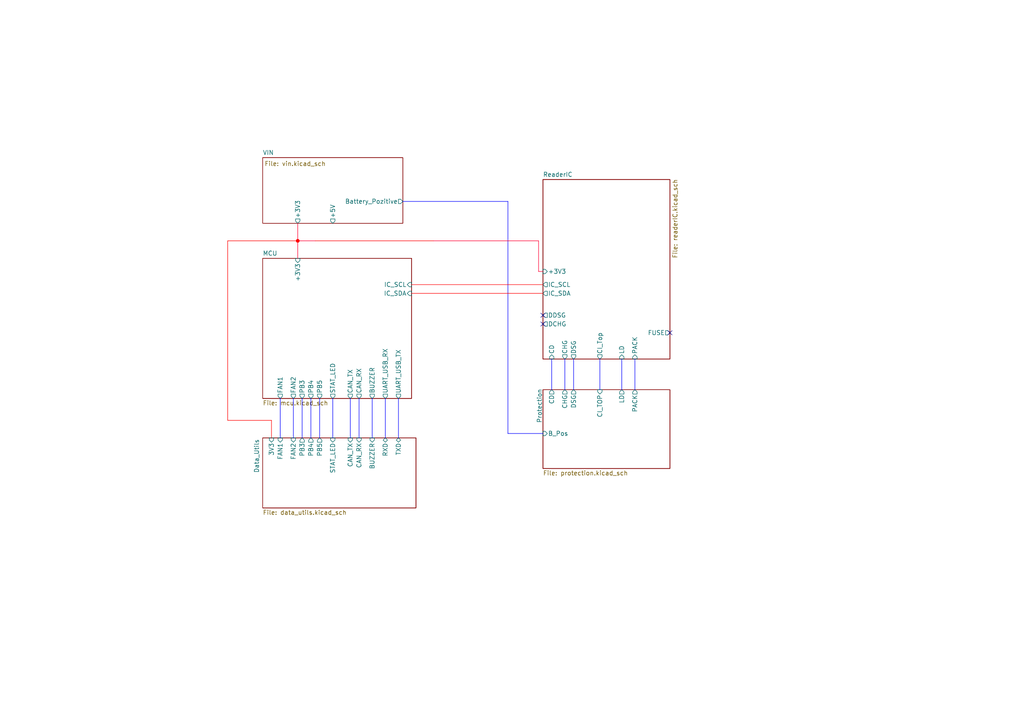
<source format=kicad_sch>
(kicad_sch
	(version 20250114)
	(generator "eeschema")
	(generator_version "9.0")
	(uuid "ad9edf65-9f41-4da5-ac8d-b0754357a532")
	(paper "A4")
	(title_block
		(title "Pehli-Shell-BMS")
		(date "2026-01-01")
		(rev "0.1")
		(company "Pehlivan Team")
	)
	(lib_symbols)
	(junction
		(at 86.36 69.85)
		(diameter 0)
		(color 255 0 0 1)
		(uuid "e9e71abb-9d36-48d4-96f8-6f6db38e4128")
	)
	(no_connect
		(at 157.48 91.44)
		(uuid "82b3cc42-587c-43ca-a26e-4e31d6bac61c")
	)
	(no_connect
		(at 157.48 93.98)
		(uuid "d05249d9-31cd-49fd-b0a9-6aeff0dbbafb")
	)
	(no_connect
		(at 194.31 96.52)
		(uuid "f6adff20-f2f0-4de2-bcf4-25c53dd14c4f")
	)
	(wire
		(pts
			(xy 91.44 69.85) (xy 125.73 69.85)
		)
		(stroke
			(width 0)
			(type default)
			(color 255 0 5 1)
		)
		(uuid "003d1b57-0469-4a42-abcb-890f38a36232")
	)
	(wire
		(pts
			(xy 66.04 121.92) (xy 66.04 69.85)
		)
		(stroke
			(width 0)
			(type default)
			(color 255 0 0 1)
		)
		(uuid "03fe3992-73aa-4405-9f24-09dfa976293c")
	)
	(wire
		(pts
			(xy 147.32 58.42) (xy 147.32 125.73)
		)
		(stroke
			(width 0)
			(type default)
			(color 0 0 255 1)
		)
		(uuid "04e09565-308f-4317-95b9-a33d363eab0f")
	)
	(wire
		(pts
			(xy 163.83 104.14) (xy 163.83 113.03)
		)
		(stroke
			(width 0)
			(type default)
			(color 0 0 255 1)
		)
		(uuid "06893f95-35a0-4037-af82-9ab099c1e595")
	)
	(wire
		(pts
			(xy 156.21 78.74) (xy 157.48 78.74)
		)
		(stroke
			(width 0)
			(type default)
			(color 255 0 51 1)
		)
		(uuid "098db881-fa29-45d3-b507-aebe14ef9890")
	)
	(wire
		(pts
			(xy 78.74 121.92) (xy 66.04 121.92)
		)
		(stroke
			(width 0)
			(type default)
			(color 255 0 0 1)
		)
		(uuid "11997f70-5d85-4786-a4df-dea26aeb4506")
	)
	(wire
		(pts
			(xy 116.84 58.42) (xy 147.32 58.42)
		)
		(stroke
			(width 0)
			(type default)
			(color 0 0 255 1)
		)
		(uuid "15f09252-fde9-4d5c-aab7-c00d4cb6fc10")
	)
	(wire
		(pts
			(xy 119.38 82.55) (xy 157.48 82.55)
		)
		(stroke
			(width 0)
			(type default)
			(color 255 0 5 1)
		)
		(uuid "1e0cb5e5-99b2-4fa7-8f63-e5f36f7f0244")
	)
	(wire
		(pts
			(xy 66.04 69.85) (xy 86.36 69.85)
		)
		(stroke
			(width 0)
			(type default)
			(color 255 0 0 1)
		)
		(uuid "1fca208e-04c1-4e01-90b3-c6e5b372f3dc")
	)
	(wire
		(pts
			(xy 160.02 104.14) (xy 160.02 113.03)
		)
		(stroke
			(width 0)
			(type default)
			(color 0 0 255 1)
		)
		(uuid "21bb2796-bc30-4a30-bb37-6863a3907368")
	)
	(wire
		(pts
			(xy 92.71 115.57) (xy 92.71 127)
		)
		(stroke
			(width 0)
			(type default)
			(color 0 0 255 1)
		)
		(uuid "2ff6af7f-14fb-4994-8382-b961e9d7005e")
	)
	(wire
		(pts
			(xy 78.74 127) (xy 78.74 121.92)
		)
		(stroke
			(width 0)
			(type default)
			(color 255 0 0 1)
		)
		(uuid "346feccf-bf67-4d05-9463-ee717ffaa74c")
	)
	(wire
		(pts
			(xy 101.6 115.57) (xy 101.6 127)
		)
		(stroke
			(width 0)
			(type default)
			(color 0 0 255 1)
		)
		(uuid "372694c6-4623-4fc1-9181-090bd95164ff")
	)
	(wire
		(pts
			(xy 184.15 104.14) (xy 184.15 113.03)
		)
		(stroke
			(width 0)
			(type default)
			(color 0 0 255 1)
		)
		(uuid "39515485-c554-456f-8d5e-f7f651e2b618")
	)
	(wire
		(pts
			(xy 156.21 78.74) (xy 156.21 69.85)
		)
		(stroke
			(width 0)
			(type default)
			(color 255 0 51 1)
		)
		(uuid "3dc60aa0-2c17-446f-b943-30747c224fda")
	)
	(wire
		(pts
			(xy 104.14 115.57) (xy 104.14 127)
		)
		(stroke
			(width 0)
			(type default)
			(color 0 0 255 1)
		)
		(uuid "3f7350f4-9ee7-432f-83c1-76c9c13efbec")
	)
	(wire
		(pts
			(xy 166.37 104.14) (xy 166.37 113.03)
		)
		(stroke
			(width 0)
			(type default)
			(color 0 0 255 1)
		)
		(uuid "45aade85-0363-4a1a-bd64-3c893e45c909")
	)
	(wire
		(pts
			(xy 87.63 115.57) (xy 87.63 127)
		)
		(stroke
			(width 0)
			(type default)
			(color 0 0 255 1)
		)
		(uuid "4d0d6f2c-dc00-4bd7-80a6-3a6bddf40f87")
	)
	(wire
		(pts
			(xy 111.76 115.57) (xy 111.76 127)
		)
		(stroke
			(width 0)
			(type default)
			(color 0 0 255 1)
		)
		(uuid "5644c5a8-601c-4e92-8c0c-586c61b092f4")
	)
	(wire
		(pts
			(xy 147.32 125.73) (xy 157.48 125.73)
		)
		(stroke
			(width 0)
			(type default)
			(color 0 0 255 1)
		)
		(uuid "5ce83d31-3a9e-4f54-a638-b1db782cbec1")
	)
	(wire
		(pts
			(xy 86.36 64.77) (xy 86.36 69.85)
		)
		(stroke
			(width 0)
			(type default)
			(color 255 0 51 1)
		)
		(uuid "8b4df6be-80d3-4239-aaed-a63c9fda230d")
	)
	(wire
		(pts
			(xy 90.17 115.57) (xy 90.17 127)
		)
		(stroke
			(width 0)
			(type default)
			(color 0 0 255 1)
		)
		(uuid "9c2feeb6-64d5-40ce-9fd1-7227794ce97b")
	)
	(wire
		(pts
			(xy 96.52 115.57) (xy 96.52 127)
		)
		(stroke
			(width 0)
			(type default)
			(color 0 0 255 1)
		)
		(uuid "ae7a1906-bbe3-4e20-9bab-d1ded1bc27db")
	)
	(wire
		(pts
			(xy 115.57 115.57) (xy 115.57 127)
		)
		(stroke
			(width 0)
			(type default)
			(color 0 0 255 1)
		)
		(uuid "c017c791-fa94-4d8f-975c-3477d5b0ea97")
	)
	(wire
		(pts
			(xy 119.38 85.09) (xy 157.48 85.09)
		)
		(stroke
			(width 0)
			(type default)
			(color 255 0 5 1)
		)
		(uuid "c837b39f-40ef-47fc-b250-49edcd7c25fd")
	)
	(wire
		(pts
			(xy 81.28 115.57) (xy 81.28 127)
		)
		(stroke
			(width 0)
			(type default)
			(color 0 0 255 1)
		)
		(uuid "c9707a19-15ff-43b0-bb8d-0db27c3b096d")
	)
	(wire
		(pts
			(xy 173.99 113.03) (xy 173.99 104.14)
		)
		(stroke
			(width 0)
			(type default)
			(color 0 0 255 1)
		)
		(uuid "d2897491-7be4-43e7-a06a-a9b96b32098c")
	)
	(wire
		(pts
			(xy 86.36 69.85) (xy 91.44 69.85)
		)
		(stroke
			(width 0)
			(type default)
			(color 255 0 51 1)
		)
		(uuid "d791b39d-5c86-46af-a421-e0a3564c9cde")
	)
	(wire
		(pts
			(xy 180.34 104.14) (xy 180.34 113.03)
		)
		(stroke
			(width 0)
			(type default)
			(color 0 0 255 1)
		)
		(uuid "d7de765d-ab2d-4412-8ec9-c9fb444afb63")
	)
	(wire
		(pts
			(xy 86.36 69.85) (xy 86.36 74.93)
		)
		(stroke
			(width 0)
			(type default)
			(color 255 0 51 1)
		)
		(uuid "d96fc526-6de3-41a7-8bf9-a77a76a6faa2")
	)
	(wire
		(pts
			(xy 85.09 115.57) (xy 85.09 127)
		)
		(stroke
			(width 0)
			(type default)
			(color 0 0 255 1)
		)
		(uuid "e61ab016-1c74-4da1-92ab-1abe609fccb2")
	)
	(wire
		(pts
			(xy 156.21 69.85) (xy 125.73 69.85)
		)
		(stroke
			(width 0)
			(type default)
			(color 255 0 51 1)
		)
		(uuid "e9980f8b-9fba-401c-983f-8a7e256a70bf")
	)
	(wire
		(pts
			(xy 107.95 115.57) (xy 107.95 127)
		)
		(stroke
			(width 0)
			(type default)
			(color 0 0 255 1)
		)
		(uuid "faf16d45-e6c8-4c05-b415-dcfdb6b1010f")
	)
	(sheet
		(at 76.2 74.93)
		(size 43.18 40.64)
		(exclude_from_sim no)
		(in_bom yes)
		(on_board yes)
		(dnp no)
		(fields_autoplaced yes)
		(stroke
			(width 0.1524)
			(type solid)
		)
		(fill
			(color 0 0 0 0.0000)
		)
		(uuid "539ae960-93b7-4680-b2d3-38d1676c29f9")
		(property "Sheetname" "MCU"
			(at 76.2 74.2184 0)
			(effects
				(font
					(size 1.27 1.27)
				)
				(justify left bottom)
			)
		)
		(property "Sheetfile" "mcu.kicad_sch"
			(at 76.2 116.1546 0)
			(effects
				(font
					(size 1.27 1.27)
				)
				(justify left top)
			)
		)
		(pin "+3V3" input
			(at 86.36 74.93 90)
			(uuid "306cb0c4-2459-472a-9720-080e83f02aa2")
			(effects
				(font
					(size 1.27 1.27)
				)
				(justify right)
			)
		)
		(pin "IC_SCL" input
			(at 119.38 82.55 0)
			(uuid "a233b10d-b1f1-43ec-bc74-ed7aa18a269e")
			(effects
				(font
					(size 1.27 1.27)
				)
				(justify right)
			)
		)
		(pin "IC_SDA" input
			(at 119.38 85.09 0)
			(uuid "17464d00-8e96-4838-8f83-50206e515c88")
			(effects
				(font
					(size 1.27 1.27)
				)
				(justify right)
			)
		)
		(pin "BUZZER" output
			(at 107.95 115.57 270)
			(uuid "60070007-36d9-489d-a5ac-2c9f7ec370f1")
			(effects
				(font
					(size 1.27 1.27)
				)
				(justify left)
			)
		)
		(pin "CAN_RX" output
			(at 104.14 115.57 270)
			(uuid "b7cd8382-0b64-4634-8bfa-3aa0d31b3061")
			(effects
				(font
					(size 1.27 1.27)
				)
				(justify left)
			)
		)
		(pin "CAN_TX" output
			(at 101.6 115.57 270)
			(uuid "d2e0e93f-2287-4724-ab14-11959cff8588")
			(effects
				(font
					(size 1.27 1.27)
				)
				(justify left)
			)
		)
		(pin "FAN1" output
			(at 81.28 115.57 270)
			(uuid "2b34c355-c7cd-4bfb-9528-127970e8548a")
			(effects
				(font
					(size 1.27 1.27)
				)
				(justify left)
			)
		)
		(pin "FAN2" output
			(at 85.09 115.57 270)
			(uuid "dd48b478-106d-42a0-9c62-e3d03fee80f1")
			(effects
				(font
					(size 1.27 1.27)
				)
				(justify left)
			)
		)
		(pin "PB3" output
			(at 87.63 115.57 270)
			(uuid "3a6e74ad-dfac-4e9e-b0a3-b25bbd25d07b")
			(effects
				(font
					(size 1.27 1.27)
				)
				(justify left)
			)
		)
		(pin "PB4" output
			(at 90.17 115.57 270)
			(uuid "d1341016-0099-4740-93b2-24b7055c0eb9")
			(effects
				(font
					(size 1.27 1.27)
				)
				(justify left)
			)
		)
		(pin "PB5" output
			(at 92.71 115.57 270)
			(uuid "5ac7d602-b979-4988-b5ad-a74b6ac3e619")
			(effects
				(font
					(size 1.27 1.27)
				)
				(justify left)
			)
		)
		(pin "STAT_LED" output
			(at 96.52 115.57 270)
			(uuid "7dfde6d1-2e6d-4b13-a3c2-12a9e0935817")
			(effects
				(font
					(size 1.27 1.27)
				)
				(justify left)
			)
		)
		(pin "UART_USB_RX" output
			(at 111.76 115.57 270)
			(uuid "14274c94-b1f9-472a-ba83-a0ce055ff542")
			(effects
				(font
					(size 1.27 1.27)
				)
				(justify left)
			)
		)
		(pin "UART_USB_TX" output
			(at 115.57 115.57 270)
			(uuid "37319bbc-04be-4a9f-b2c7-ebc4855e827b")
			(effects
				(font
					(size 1.27 1.27)
				)
				(justify left)
			)
		)
		(instances
			(project "shell-bms"
				(path "/ad9edf65-9f41-4da5-ac8d-b0754357a532"
					(page "3")
				)
			)
		)
	)
	(sheet
		(at 157.48 113.03)
		(size 36.83 22.86)
		(exclude_from_sim no)
		(in_bom yes)
		(on_board yes)
		(dnp no)
		(stroke
			(width 0.1524)
			(type solid)
		)
		(fill
			(color 0 0 0 0.0000)
		)
		(uuid "5f5835dc-6b11-478a-9743-24f251ca4bb7")
		(property "Sheetname" "Protection"
			(at 157.226 122.682 90)
			(effects
				(font
					(size 1.27 1.27)
				)
				(justify left bottom)
			)
		)
		(property "Sheetfile" "protection.kicad_sch"
			(at 157.48 136.4746 0)
			(effects
				(font
					(size 1.27 1.27)
				)
				(justify left top)
			)
		)
		(property "Field2" ""
			(at 157.48 113.03 0)
			(effects
				(font
					(size 1.27 1.27)
				)
			)
		)
		(pin "CD" output
			(at 160.02 113.03 90)
			(uuid "2ec8f9fa-d8da-4fed-a6ba-d87707a58b64")
			(effects
				(font
					(size 1.27 1.27)
				)
				(justify right)
			)
		)
		(pin "CHG" output
			(at 163.83 113.03 90)
			(uuid "9767a06f-3e63-4e28-ba6a-8a3bf07d0875")
			(effects
				(font
					(size 1.27 1.27)
				)
				(justify right)
			)
		)
		(pin "CI_TOP" input
			(at 173.99 113.03 90)
			(uuid "e2f4ac2f-012f-4bba-9757-f682482f4caa")
			(effects
				(font
					(size 1.27 1.27)
				)
				(justify right)
			)
		)
		(pin "DSG" output
			(at 166.37 113.03 90)
			(uuid "acaecbf4-a229-416f-a9b2-a60bd3807d28")
			(effects
				(font
					(size 1.27 1.27)
				)
				(justify right)
			)
		)
		(pin "LD" output
			(at 180.34 113.03 90)
			(uuid "58889e38-96ad-47c3-8ebe-c01cf5db515e")
			(effects
				(font
					(size 1.27 1.27)
				)
				(justify right)
			)
		)
		(pin "PACK" output
			(at 184.15 113.03 90)
			(uuid "08e8408e-0b03-4cc7-a5cd-61a818022dfb")
			(effects
				(font
					(size 1.27 1.27)
				)
				(justify right)
			)
		)
		(pin "B_Pos" input
			(at 157.48 125.73 180)
			(uuid "df120b0a-fdaf-453d-a43a-f9849c9d5ec3")
			(effects
				(font
					(size 1.27 1.27)
				)
				(justify left)
			)
		)
		(instances
			(project "shell-bms"
				(path "/ad9edf65-9f41-4da5-ac8d-b0754357a532"
					(page "8")
				)
			)
		)
	)
	(sheet
		(at 76.2 45.72)
		(size 40.64 19.05)
		(exclude_from_sim no)
		(in_bom yes)
		(on_board yes)
		(dnp no)
		(stroke
			(width 0.1524)
			(type solid)
		)
		(fill
			(color 0 0 0 0.0000)
		)
		(uuid "769ba42a-ebc1-4cfb-9244-822cfca559ab")
		(property "Sheetname" "VIN"
			(at 76.2 45.0084 0)
			(effects
				(font
					(size 1.27 1.27)
				)
				(justify left bottom)
			)
		)
		(property "Sheetfile" "vin.kicad_sch"
			(at 76.708 46.736 0)
			(effects
				(font
					(size 1.27 1.27)
				)
				(justify left top)
			)
		)
		(pin "+3V3" output
			(at 86.36 64.77 270)
			(uuid "83342aba-30af-4c24-b92c-7776bd3fe653")
			(effects
				(font
					(size 1.27 1.27)
				)
				(justify left)
			)
		)
		(pin "+5V" output
			(at 96.52 64.77 270)
			(uuid "0bc4f3fe-78ed-407a-b768-6f52a9578227")
			(effects
				(font
					(size 1.27 1.27)
				)
				(justify left)
			)
		)
		(pin "Battery_Pozitive" output
			(at 116.84 58.42 0)
			(uuid "d7480d05-2945-4514-907c-d034a8e393ce")
			(effects
				(font
					(size 1.27 1.27)
				)
				(justify right)
			)
		)
		(instances
			(project "shell-bms"
				(path "/ad9edf65-9f41-4da5-ac8d-b0754357a532"
					(page "4")
				)
			)
		)
	)
	(sheet
		(at 76.2 127)
		(size 44.45 20.32)
		(exclude_from_sim no)
		(in_bom yes)
		(on_board yes)
		(dnp no)
		(stroke
			(width 0.1524)
			(type solid)
		)
		(fill
			(color 0 0 0 0.0000)
		)
		(uuid "ecbcfe07-a49f-4d1e-b6f4-527769d14b75")
		(property "Sheetname" "Data_Utils"
			(at 75.184 137.16 90)
			(effects
				(font
					(size 1.27 1.27)
				)
				(justify left bottom)
			)
		)
		(property "Sheetfile" "data_utils.kicad_sch"
			(at 76.2 147.9046 0)
			(effects
				(font
					(size 1.27 1.27)
				)
				(justify left top)
			)
		)
		(pin "3V3" input
			(at 78.74 127 90)
			(uuid "e687fdb0-6e72-46a7-8b7f-aea4b8a9b6e0")
			(effects
				(font
					(size 1.27 1.27)
				)
				(justify right)
			)
		)
		(pin "BUZZER" input
			(at 107.95 127 90)
			(uuid "24d8c702-a417-4114-b7d9-4bf812741eb2")
			(effects
				(font
					(size 1.27 1.27)
				)
				(justify right)
			)
		)
		(pin "CAN_RX" input
			(at 104.14 127 90)
			(uuid "010a143c-337a-4171-87fc-78b249eec51d")
			(effects
				(font
					(size 1.27 1.27)
				)
				(justify right)
			)
		)
		(pin "CAN_TX" input
			(at 101.6 127 90)
			(uuid "eafa7df0-8cc4-42ad-87c5-730c654d42ca")
			(effects
				(font
					(size 1.27 1.27)
				)
				(justify right)
			)
		)
		(pin "FAN1" input
			(at 81.28 127 90)
			(uuid "6c2e0696-454f-47b5-8ba4-53a50c6dd6f6")
			(effects
				(font
					(size 1.27 1.27)
				)
				(justify right)
			)
		)
		(pin "FAN2" input
			(at 85.09 127 90)
			(uuid "e0556aa5-4d63-4f60-a159-c6499d6c8d6d")
			(effects
				(font
					(size 1.27 1.27)
				)
				(justify right)
			)
		)
		(pin "PB3" output
			(at 87.63 127 90)
			(uuid "3780b339-97c8-4a3e-ac82-8ba0d47b430c")
			(effects
				(font
					(size 1.27 1.27)
				)
				(justify right)
			)
		)
		(pin "PB4" output
			(at 90.17 127 90)
			(uuid "25cf8714-6463-4947-8e27-026927cb8de5")
			(effects
				(font
					(size 1.27 1.27)
				)
				(justify right)
			)
		)
		(pin "PB5" output
			(at 92.71 127 90)
			(uuid "432f4151-5cd2-45d6-ba95-fe93c3a279e1")
			(effects
				(font
					(size 1.27 1.27)
				)
				(justify right)
			)
		)
		(pin "STAT_LED" input
			(at 96.52 127 90)
			(uuid "e97f12ec-9493-4eca-a8ea-b53b147fe7b7")
			(effects
				(font
					(size 1.27 1.27)
				)
				(justify right)
			)
		)
		(pin "TXD" bidirectional
			(at 115.57 127 90)
			(uuid "7c23ce72-17c8-4802-983f-d5a8f8f6f94b")
			(effects
				(font
					(size 1.27 1.27)
				)
				(justify right)
			)
		)
		(pin "RXD" bidirectional
			(at 111.76 127 90)
			(uuid "6e113681-7287-46b4-9e13-32aadf961456")
			(effects
				(font
					(size 1.27 1.27)
				)
				(justify right)
			)
		)
		(instances
			(project "shell-bms"
				(path "/ad9edf65-9f41-4da5-ac8d-b0754357a532"
					(page "8")
				)
			)
		)
	)
	(sheet
		(at 157.48 52.07)
		(size 36.83 52.07)
		(exclude_from_sim no)
		(in_bom yes)
		(on_board yes)
		(dnp no)
		(stroke
			(width 0.1524)
			(type solid)
		)
		(fill
			(color 0 0 0 0.0000)
		)
		(uuid "f6c14c9f-be18-4932-99a8-c7d510021503")
		(property "Sheetname" "ReaderIC"
			(at 157.48 51.3584 0)
			(effects
				(font
					(size 1.27 1.27)
				)
				(justify left bottom)
			)
		)
		(property "Sheetfile" "readerIC.kicad_sch"
			(at 195.072 74.93 90)
			(effects
				(font
					(size 1.27 1.27)
				)
				(justify left top)
			)
		)
		(pin "CD" input
			(at 160.02 104.14 270)
			(uuid "23c007ff-a096-45a6-93db-ec20ca91c369")
			(effects
				(font
					(size 1.27 1.27)
				)
				(justify left)
			)
		)
		(pin "CHG" output
			(at 163.83 104.14 270)
			(uuid "0e4dfdcc-218e-4996-ba1e-e8bc346147b9")
			(effects
				(font
					(size 1.27 1.27)
				)
				(justify left)
			)
		)
		(pin "DCHG" output
			(at 157.48 93.98 180)
			(uuid "850322c2-5c81-4b71-ae37-c2fa8160f14b")
			(effects
				(font
					(size 1.27 1.27)
				)
				(justify left)
			)
		)
		(pin "DDSG" output
			(at 157.48 91.44 180)
			(uuid "da269e97-0a61-45e7-8329-ba59f2971113")
			(effects
				(font
					(size 1.27 1.27)
				)
				(justify left)
			)
		)
		(pin "DSG" output
			(at 166.37 104.14 270)
			(uuid "f9ce4078-e737-4bff-8ca0-ca8fe4b14f4c")
			(effects
				(font
					(size 1.27 1.27)
				)
				(justify left)
			)
		)
		(pin "FUSE" output
			(at 194.31 96.52 0)
			(uuid "eb0a543f-6a0a-4f79-8152-b3aeb8bfeb85")
			(effects
				(font
					(size 1.27 1.27)
				)
				(justify right)
			)
		)
		(pin "IC_SCL" output
			(at 157.48 82.55 180)
			(uuid "0ee06799-076a-4436-8038-73e4bcc3d3c5")
			(effects
				(font
					(size 1.27 1.27)
				)
				(justify left)
			)
		)
		(pin "IC_SDA" output
			(at 157.48 85.09 180)
			(uuid "f8df4196-34b3-49a8-a601-cccbd6d0e202")
			(effects
				(font
					(size 1.27 1.27)
				)
				(justify left)
			)
		)
		(pin "LD" input
			(at 180.34 104.14 270)
			(uuid "1f902467-22b5-4595-ac4b-a4d72086a3f5")
			(effects
				(font
					(size 1.27 1.27)
				)
				(justify left)
			)
		)
		(pin "PACK" input
			(at 184.15 104.14 270)
			(uuid "a498e81d-bd36-4bb5-9635-e835e2383a4c")
			(effects
				(font
					(size 1.27 1.27)
				)
				(justify left)
			)
		)
		(pin "CI_Top" output
			(at 173.99 104.14 270)
			(uuid "58f1eecc-391a-42bf-94e3-8c063168d1c5")
			(effects
				(font
					(size 1.27 1.27)
				)
				(justify left)
			)
		)
		(pin "+3V3" input
			(at 157.48 78.74 180)
			(uuid "1244c245-efa0-4caf-80dc-24d8d682a28a")
			(effects
				(font
					(size 1.27 1.27)
				)
				(justify left)
			)
		)
		(instances
			(project "shell-bms"
				(path "/ad9edf65-9f41-4da5-ac8d-b0754357a532"
					(page "2")
				)
			)
		)
	)
	(sheet_instances
		(path "/"
			(page "1")
		)
	)
	(embedded_fonts no)
)

</source>
